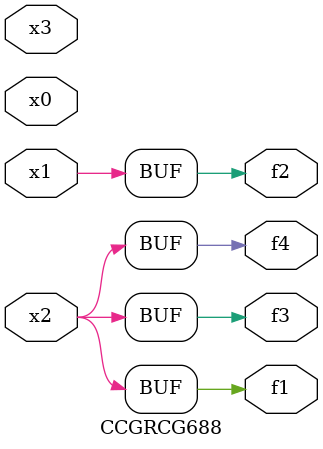
<source format=v>
module CCGRCG688(
	input x0, x1, x2, x3,
	output f1, f2, f3, f4
);
	assign f1 = x2;
	assign f2 = x1;
	assign f3 = x2;
	assign f4 = x2;
endmodule

</source>
